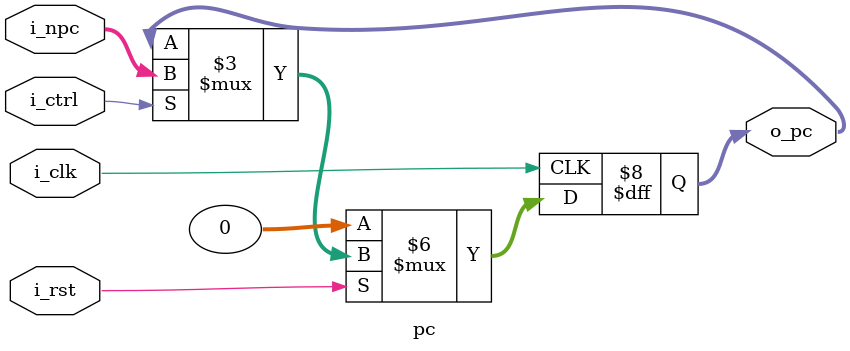
<source format=v>
`timescale 1ns / 1ps


module pc (
    input wire i_clk,
    input wire i_rst,
    input wire i_ctrl,
    input wire [31:0] i_npc,
    output reg [31:0] o_pc
);
  always @(posedge i_clk) begin
    if (!i_rst) begin
      o_pc <= 32'b0;
    end
    else if (i_ctrl) begin
      o_pc <= i_npc;
    end
    else begin
      // nothing
    end
  end
endmodule

</source>
